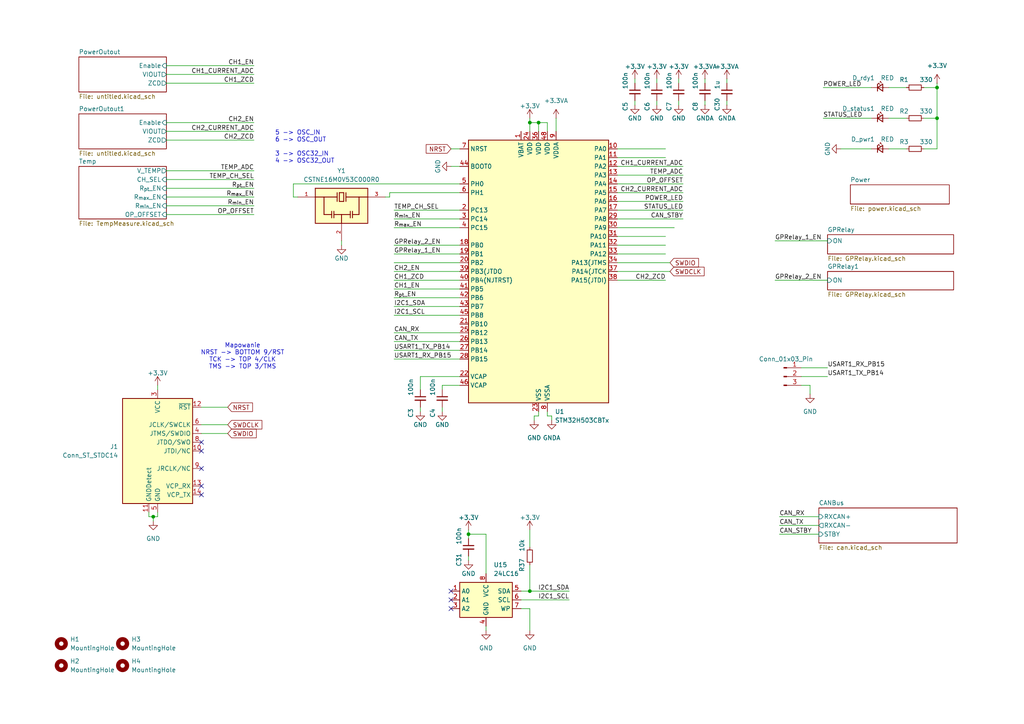
<source format=kicad_sch>
(kicad_sch (version 20231120) (generator "eeschema") (generator_version "8.0")
  (paper "A4")
  (lib_symbols
    (symbol "CSTNE16M0V53C000R0:CSTNE16M0V53C000R0" (pin_names (offset 1.016))
      (property "Reference" "Y" (at -7.62 6.35 0))
      (property "Value" "CSTNE16M0V53C000R0" (at 1.27 -6.35 0))
      (symbol "CSTNE16M0V53C000R0_0_0"
        (rectangle (start -7.62 -5.08) (end 7.62 5.08) (stroke (width 0.254)) (fill (type background)))
        (polyline (pts (xy -7.62 2.54) (xy -5.08 2.54)) (stroke (width 0.254)))
        (polyline (pts (xy -5.08 -2.54) (xy -5.08 2.54)) (stroke (width 0.254)))
        (polyline (pts (xy -5.08 2.54) (xy -1.27 2.54)) (stroke (width 0.254)))
        (polyline (pts (xy -2.8575 -2.54) (xy -5.08 -2.54)) (stroke (width 0.254)))
        (polyline (pts (xy -2.8575 -2.54) (xy -2.8575 -3.4925)) (stroke (width 0.254)))
        (polyline (pts (xy -2.8575 -1.5875) (xy -2.8575 -2.54)) (stroke (width 0.254)))
        (polyline (pts (xy -2.2225 -2.54) (xy -2.2225 -3.4925)) (stroke (width 0.254)))
        (polyline (pts (xy -2.2225 -1.5875) (xy -2.2225 -2.54)) (stroke (width 0.254)))
        (polyline (pts (xy -1.27 2.54) (xy -1.27 1.27)) (stroke (width 0.254)))
        (polyline (pts (xy -1.27 3.81) (xy -1.27 2.54)) (stroke (width 0.254)))
        (polyline (pts (xy -0.635 1.27) (xy -0.635 3.81)) (stroke (width 0.254)))
        (polyline (pts (xy -0.635 3.81) (xy 0.635 3.81)) (stroke (width 0.254)))
        (polyline (pts (xy 0 -5.08) (xy 0 -2.54)) (stroke (width 0.254)))
        (polyline (pts (xy 0 -2.54) (xy -2.2225 -2.54)) (stroke (width 0.254)))
        (polyline (pts (xy 0 -2.54) (xy 2.54 -2.54)) (stroke (width 0.254)))
        (polyline (pts (xy 0.635 1.27) (xy -0.635 1.27)) (stroke (width 0.254)))
        (polyline (pts (xy 0.635 3.81) (xy 0.635 1.27)) (stroke (width 0.254)))
        (polyline (pts (xy 1.27 2.54) (xy 1.27 1.27)) (stroke (width 0.254)))
        (polyline (pts (xy 1.27 2.54) (xy 5.08 2.54)) (stroke (width 0.254)))
        (polyline (pts (xy 1.27 3.81) (xy 1.27 2.54)) (stroke (width 0.254)))
        (polyline (pts (xy 2.54 -2.54) (xy 2.54 -3.4925)) (stroke (width 0.254)))
        (polyline (pts (xy 2.54 -1.5875) (xy 2.54 -2.54)) (stroke (width 0.254)))
        (polyline (pts (xy 3.175 -2.54) (xy 3.175 -3.4925)) (stroke (width 0.254)))
        (polyline (pts (xy 3.175 -2.54) (xy 5.08 -2.54)) (stroke (width 0.254)))
        (polyline (pts (xy 3.175 -1.5875) (xy 3.175 -2.54)) (stroke (width 0.254)))
        (polyline (pts (xy 5.08 -2.54) (xy 5.08 2.54)) (stroke (width 0.254)))
        (polyline (pts (xy 5.08 2.54) (xy 7.62 2.54)) (stroke (width 0.254)))
        (pin input line (at -12.7 2.54 0) (length 5.08) (name "~") (number "1"))
        (pin power_in line (at 0 -10.16 90) (length 5.08) (name "~") (number "2"))
        (pin output line (at 12.7 2.54 180) (length 5.08) (name "~") (number "3"))
      )
    )
    (symbol "Connector:Conn_01x03_Pin" (pin_names (offset 1.016) hide)
      (property "Reference" "J" (at 0 5.08 0))
      (property "Value" "Conn_01x03_Pin" (at 0 -5.08 0))
      (symbol "Conn_01x03_Pin_1_1"
        (polyline (pts (xy 1.27 -2.54) (xy 0.8636 -2.54)) (stroke (width 0.1524)))
        (polyline (pts (xy 1.27 0) (xy 0.8636 0)) (stroke (width 0.1524)))
        (polyline (pts (xy 1.27 2.54) (xy 0.8636 2.54)) (stroke (width 0.1524)))
        (rectangle (start 0.8636 -2.413) (end 0 -2.667) (stroke (width 0.1524)) (fill (type outline)))
        (rectangle (start 0.8636 0.127) (end 0 -0.127) (stroke (width 0.1524)) (fill (type outline)))
        (rectangle (start 0.8636 2.667) (end 0 2.413) (stroke (width 0.1524)) (fill (type outline)))
        (pin passive line (at 5.08 2.54 180) (length 3.81) (name "Pin_1") (number "1"))
        (pin passive line (at 5.08 0 180) (length 3.81) (name "Pin_2") (number "2"))
        (pin passive line (at 5.08 -2.54 180) (length 3.81) (name "Pin_3") (number "3"))
      )
    )
    (symbol "Connector:Conn_ST_STDC14"
      (property "Reference" "J" (at -8.89 16.51 0))
      (property "Value" "Conn_ST_STDC14" (at 17.78 16.51 0))
      (symbol "Conn_ST_STDC14_0_1"
        (rectangle (start -10.16 15.24) (end 10.16 -15.24) (stroke (width 0.254)) (fill (type background)))
      )
      (symbol "Conn_ST_STDC14_1_1"
        (pin no_connect line (at -10.16 5.08 0) (length 2.54) hide (name "NC") (number "1"))
        (pin output line (at 12.7 0 180) (length 2.54) (name "JTDI/NC") (number "10"))
        (pin passive line (at -2.54 -17.78 90) (length 2.54) (name "GNDDetect") (number "11"))
        (pin open_collector line (at 12.7 12.7 180) (length 2.54) (name "~{RST}") (number "12"))
        (pin output line (at 12.7 -10.16 180) (length 2.54) (name "VCP_RX") (number "13"))
        (pin input line (at 12.7 -12.7 180) (length 2.54) (name "VCP_TX") (number "14"))
        (pin no_connect line (at -10.16 2.54 0) (length 2.54) hide (name "NC") (number "2"))
        (pin power_in line (at 0 17.78 270) (length 2.54) (name "VCC") (number "3"))
        (pin bidirectional line (at 12.7 5.08 180) (length 2.54) (name "JTMS/SWDIO") (number "4"))
        (pin power_in line (at 0 -17.78 90) (length 2.54) (name "GND") (number "5"))
        (pin output line (at 12.7 7.62 180) (length 2.54) (name "JCLK/SWCLK") (number "6"))
        (pin passive line (at 0 -17.78 90) (length 2.54) hide (name "GND") (number "7"))
        (pin input line (at 12.7 2.54 180) (length 2.54) (name "JTDO/SWO") (number "8"))
        (pin input line (at 12.7 -5.08 180) (length 2.54) (name "JRCLK/NC") (number "9"))
      )
    )
    (symbol "Device:C_Small" (pin_numbers hide) (pin_names (offset 0.254) hide)
      (property "Reference" "C" (at 0.254 1.778 0))
      (property "Value" "C_Small" (at 0.254 -2.032 0))
      (symbol "C_Small_0_1"
        (polyline (pts (xy -1.524 -0.508) (xy 1.524 -0.508)) (stroke (width 0.3302)))
        (polyline (pts (xy -1.524 0.508) (xy 1.524 0.508)) (stroke (width 0.3048)))
      )
      (symbol "C_Small_1_1"
        (pin passive line (at 0 2.54 270) (length 2.032) (name "~") (number "1"))
        (pin passive line (at 0 -2.54 90) (length 2.032) (name "~") (number "2"))
      )
    )
    (symbol "Device:LED_Small" (pin_numbers hide) (pin_names (offset 0.254) hide)
      (property "Reference" "D" (at -1.27 3.175 0))
      (property "Value" "LED_Small" (at -4.445 -2.54 0))
      (symbol "LED_Small_0_1"
        (polyline (pts (xy -0.762 -1.016) (xy -0.762 1.016)) (stroke (width 0.254)))
        (polyline (pts (xy 1.016 0) (xy -0.762 0)))
        (polyline (pts (xy 0.762 -1.016) (xy -0.762 0) (xy 0.762 1.016) (xy 0.762 -1.016)) (stroke (width 0.254)))
        (polyline (pts (xy 0 0.762) (xy -0.508 1.27) (xy -0.254 1.27) (xy -0.508 1.27) (xy -0.508 1.016)))
        (polyline (pts (xy 0.508 1.27) (xy 0 1.778) (xy 0.254 1.778) (xy 0 1.778) (xy 0 1.524)))
      )
      (symbol "LED_Small_1_1"
        (pin passive line (at -2.54 0 0) (length 1.778) (name "K") (number "1"))
        (pin passive line (at 2.54 0 180) (length 1.778) (name "A") (number "2"))
      )
    )
    (symbol "Device:R_Small" (pin_numbers hide) (pin_names (offset 0.254) hide)
      (property "Reference" "R" (at 0.762 0.508 0))
      (property "Value" "R_Small" (at 0.762 -1.016 0))
      (symbol "R_Small_0_1"
        (rectangle (start -0.762 1.778) (end 0.762 -1.778) (stroke (width 0.2032)))
      )
      (symbol "R_Small_1_1"
        (pin passive line (at 0 2.54 270) (length 0.762) (name "~") (number "1"))
        (pin passive line (at 0 -2.54 90) (length 0.762) (name "~") (number "2"))
      )
    )
    (symbol "MCU_ST_STM32H5:STM32H503CBTx"
      (property "Reference" "U" (at -20.32 39.37 0))
      (property "Value" "STM32H503CBTx" (at 7.62 39.37 0))
      (symbol "STM32H503CBTx_0_1"
        (rectangle (start -20.32 -38.1) (end 20.32 38.1) (stroke (width 0.254)) (fill (type background)))
      )
      (symbol "STM32H503CBTx_1_1"
        (pin power_in line (at -5.08 40.64 270) (length 2.54) (name "VBAT") (number "1"))
        (pin bidirectional line (at 22.86 35.56 180) (length 2.54) (name "PA0") (number "10"))
        (pin bidirectional line (at 22.86 33.02 180) (length 2.54) (name "PA1") (number "11"))
        (pin bidirectional line (at 22.86 30.48 180) (length 2.54) (name "PA2") (number "12"))
        (pin bidirectional line (at 22.86 27.94 180) (length 2.54) (name "PA3") (number "13"))
        (pin bidirectional line (at 22.86 25.4 180) (length 2.54) (name "PA4") (number "14"))
        (pin bidirectional line (at 22.86 22.86 180) (length 2.54) (name "PA5") (number "15"))
        (pin bidirectional line (at 22.86 20.32 180) (length 2.54) (name "PA6") (number "16"))
        (pin bidirectional line (at 22.86 17.78 180) (length 2.54) (name "PA7") (number "17"))
        (pin bidirectional line (at -22.86 7.62 0) (length 2.54) (name "PB0") (number "18"))
        (pin bidirectional line (at -22.86 5.08 0) (length 2.54) (name "PB1") (number "19"))
        (pin bidirectional line (at -22.86 17.78 0) (length 2.54) (name "PC13") (number "2"))
        (pin bidirectional line (at -22.86 2.54 0) (length 2.54) (name "PB2") (number "20"))
        (pin bidirectional line (at -22.86 -15.24 0) (length 2.54) (name "PB10") (number "21"))
        (pin power_out line (at -22.86 -30.48 0) (length 2.54) (name "VCAP") (number "22"))
        (pin power_in line (at 0 -40.64 90) (length 2.54) (name "VSS") (number "23"))
        (pin power_in line (at -2.54 40.64 270) (length 2.54) (name "VDD") (number "24"))
        (pin bidirectional line (at -22.86 -17.78 0) (length 2.54) (name "PB12") (number "25"))
        (pin bidirectional line (at -22.86 -20.32 0) (length 2.54) (name "PB13") (number "26"))
        (pin bidirectional line (at -22.86 -22.86 0) (length 2.54) (name "PB14") (number "27"))
        (pin bidirectional line (at -22.86 -25.4 0) (length 2.54) (name "PB15") (number "28"))
        (pin bidirectional line (at 22.86 15.24 180) (length 2.54) (name "PA8") (number "29"))
        (pin bidirectional line (at -22.86 15.24 0) (length 2.54) (name "PC14") (number "3"))
        (pin bidirectional line (at 22.86 12.7 180) (length 2.54) (name "PA9") (number "30"))
        (pin bidirectional line (at 22.86 10.16 180) (length 2.54) (name "PA10") (number "31"))
        (pin bidirectional line (at 22.86 7.62 180) (length 2.54) (name "PA11") (number "32"))
        (pin bidirectional line (at 22.86 5.08 180) (length 2.54) (name "PA12") (number "33"))
        (pin bidirectional line (at 22.86 2.54 180) (length 2.54) (name "PA13(JTMS") (number "34"))
        (pin passive line (at 0 -40.64 90) (length 2.54) hide (name "VSS") (number "35"))
        (pin power_in line (at 0 40.64 270) (length 2.54) (name "VDD") (number "36"))
        (pin bidirectional line (at 22.86 0 180) (length 2.54) (name "PA14(JTCK") (number "37"))
        (pin bidirectional line (at 22.86 -2.54 180) (length 2.54) (name "PA15(JTDI)") (number "38"))
        (pin bidirectional line (at -22.86 0 0) (length 2.54) (name "PB3(JTDO") (number "39"))
        (pin bidirectional line (at -22.86 12.7 0) (length 2.54) (name "PC15") (number "4"))
        (pin bidirectional line (at -22.86 -2.54 0) (length 2.54) (name "PB4(NJTRST)") (number "40"))
        (pin bidirectional line (at -22.86 -5.08 0) (length 2.54) (name "PB5") (number "41"))
        (pin bidirectional line (at -22.86 -7.62 0) (length 2.54) (name "PB6") (number "42"))
        (pin bidirectional line (at -22.86 -10.16 0) (length 2.54) (name "PB7") (number "43"))
        (pin input line (at -22.86 30.48 0) (length 2.54) (name "BOOT0") (number "44"))
        (pin bidirectional line (at -22.86 -12.7 0) (length 2.54) (name "PB8") (number "45"))
        (pin power_out line (at -22.86 -33.02 0) (length 2.54) (name "VCAP") (number "46"))
        (pin passive line (at 0 -40.64 90) (length 2.54) hide (name "VSS") (number "47"))
        (pin power_in line (at 2.54 40.64 270) (length 2.54) (name "VDD") (number "48"))
        (pin bidirectional line (at -22.86 25.4 0) (length 2.54) (name "PH0") (number "5"))
        (pin bidirectional line (at -22.86 22.86 0) (length 2.54) (name "PH1") (number "6"))
        (pin input line (at -22.86 35.56 0) (length 2.54) (name "NRST") (number "7"))
        (pin power_in line (at 2.54 -40.64 90) (length 2.54) (name "VSSA") (number "8"))
        (pin power_in line (at 5.08 40.64 270) (length 2.54) (name "VDDA") (number "9"))
      )
    )
    (symbol "Mechanical:MountingHole" (pin_names (offset 1.016)) (exclude_from_sim yes) (in_bom no)
      (property "Reference" "H" (at 0 5.08 0))
      (property "Value" "MountingHole" (at 0 3.175 0))
      (symbol "MountingHole_0_1"
        (circle (center 0 0) (radius 1.27) (stroke (width 1.27)))
      )
    )
    (symbol "Memory_EEPROM:24LC16"
      (property "Reference" "U" (at -6.35 6.35 0))
      (property "Value" "24LC16" (at 1.27 6.35 0))
      (symbol "24LC16_1_1"
        (rectangle (start -7.62 5.08) (end 7.62 -5.08) (stroke (width 0.254)) (fill (type background)))
        (pin input line (at -10.16 2.54 0) (length 2.54) (name "A0") (number "1"))
        (pin input line (at -10.16 0 0) (length 2.54) (name "A1") (number "2"))
        (pin input line (at -10.16 -2.54 0) (length 2.54) (name "A2") (number "3"))
        (pin power_in line (at 0 -7.62 90) (length 2.54) (name "GND") (number "4"))
        (pin bidirectional line (at 10.16 2.54 180) (length 2.54) (name "SDA") (number "5"))
        (pin input line (at 10.16 0 180) (length 2.54) (name "SCL") (number "6"))
        (pin input line (at 10.16 -2.54 180) (length 2.54) (name "WP") (number "7"))
        (pin power_in line (at 0 7.62 270) (length 2.54) (name "VCC") (number "8"))
      )
    )
    (symbol "power:+3.3V" (power) (pin_names (offset 0))
      (property "Value" "+3.3V" (at 0 3.556 0))
      (symbol "+3.3V_0_1"
        (polyline (pts (xy -0.762 1.27) (xy 0 2.54)))
        (polyline (pts (xy 0 0) (xy 0 2.54)))
        (polyline (pts (xy 0 2.54) (xy 0.762 1.27)))
      )
      (symbol "+3.3V_1_1"
        (pin power_in line (at 0 0 90) (length 0) hide (name "+3.3V") (number "1"))
      )
    )
    (symbol "power:+3.3VA" (power) (pin_numbers hide) (pin_names (offset 0) hide)
      (property "Value" "+3.3VA" (at 0 3.556 0))
      (symbol "+3.3VA_0_1"
        (polyline (pts (xy -0.762 1.27) (xy 0 2.54)))
        (polyline (pts (xy 0 0) (xy 0 2.54)))
        (polyline (pts (xy 0 2.54) (xy 0.762 1.27)))
      )
      (symbol "+3.3VA_1_1"
        (pin power_in line (at 0 0 90) (length 0) (name "~") (number "1"))
      )
    )
    (symbol "power:+5VD" (power) (pin_numbers hide) (pin_names (offset 0) hide)
      (property "Value" "+5VD" (at 0 3.556 0))
      (symbol "+5VD_0_1"
        (polyline (pts (xy -0.762 1.27) (xy 0 2.54)))
        (polyline (pts (xy 0 0) (xy 0 2.54)))
        (polyline (pts (xy 0 2.54) (xy 0.762 1.27)))
      )
      (symbol "+5VD_1_1"
        (pin power_in line (at 0 0 90) (length 0) (name "~") (number "1"))
      )
    )
    (symbol "power:GND" (power) (pin_names (offset 0))
      (property "Value" "GND" (at 0 -3.81 0))
      (symbol "GND_0_1"
        (polyline (pts (xy 0 0) (xy 0 -1.27) (xy 1.27 -1.27) (xy 0 -2.54) (xy -1.27 -1.27) (xy 0 -1.27)))
      )
      (symbol "GND_1_1"
        (pin power_in line (at 0 0 270) (length 0) hide (name "GND") (number "1"))
      )
    )
    (symbol "power:GNDA" (power) (pin_numbers hide) (pin_names (offset 0) hide)
      (property "Value" "GNDA" (at 0 -3.81 0))
      (symbol "GNDA_0_1"
        (polyline (pts (xy 0 0) (xy 0 -1.27) (xy 1.27 -1.27) (xy 0 -2.54) (xy -1.27 -1.27) (xy 0 -1.27)))
      )
      (symbol "GNDA_1_1"
        (pin power_in line (at 0 0 270) (length 0) (name "~") (number "1"))
      )
    )
  )
  (junction (at 135.89 154.94))
  (junction (at 271.78 25.4))
  (junction (at 271.78 34.29))
  (junction (at 44.45 149.86))
  (junction (at 153.67 171.45))
  (junction (at 153.67 35.56))
  (junction (at 156.21 35.56))
  (no_connect (at 58.42 130.81))
  (no_connect (at 58.42 128.27))
  (no_connect (at 130.81 176.53))
  (no_connect (at 130.81 171.45))
  (no_connect (at 58.42 140.97))
  (no_connect (at 58.42 143.51))
  (no_connect (at 130.81 173.99))
  (no_connect (at 58.42 135.89))
  (wire (pts (xy 45.72 111.76) (xy 45.72 113.03)))
  (wire (pts (xy 114.3 101.6) (xy 133.35 101.6)))
  (wire (pts (xy 271.78 43.18) (xy 271.78 34.29)))
  (wire (pts (xy 99.06 69.85) (xy 99.06 71.12)))
  (wire (pts (xy 179.07 53.34) (xy 198.12 53.34)))
  (wire (pts (xy 158.75 38.1) (xy 158.75 35.56)))
  (wire (pts (xy 114.3 78.74) (xy 133.35 78.74)))
  (wire (pts (xy 226.06 149.86) (xy 237.49 149.86)))
  (wire (pts (xy 114.3 76.2) (xy 133.35 76.2)))
  (wire (pts (xy 48.26 57.15) (xy 73.66 57.15)))
  (wire (pts (xy 140.97 154.94) (xy 135.89 154.94)))
  (wire (pts (xy 48.26 38.1) (xy 73.66 38.1)))
  (wire (pts (xy 271.78 25.4) (xy 271.78 34.29)))
  (wire (pts (xy 179.07 66.04) (xy 195.58 66.04)))
  (wire (pts (xy 154.94 120.65) (xy 156.21 120.65)))
  (wire (pts (xy 156.21 120.65) (xy 156.21 119.38)))
  (wire (pts (xy 238.76 25.4) (xy 252.73 25.4)))
  (wire (pts (xy 113.03 57.15) (xy 111.76 57.15)))
  (wire (pts (xy 179.07 71.12) (xy 193.04 71.12)))
  (wire (pts (xy 48.26 49.53) (xy 73.66 49.53)))
  (wire (pts (xy 85.09 53.34) (xy 133.35 53.34)))
  (wire (pts (xy 160.02 120.65) (xy 158.75 120.65)))
  (wire (pts (xy 210.82 29.21) (xy 210.82 30.48)))
  (wire (pts (xy 43.18 149.86) (xy 44.45 149.86)))
  (wire (pts (xy 226.06 152.4) (xy 237.49 152.4)))
  (wire (pts (xy 48.26 59.69) (xy 73.66 59.69)))
  (wire (pts (xy 179.07 58.42) (xy 198.12 58.42)))
  (wire (pts (xy 153.67 171.45) (xy 165.1 171.45)))
  (wire (pts (xy 58.42 118.11) (xy 66.04 118.11)))
  (wire (pts (xy 114.3 88.9) (xy 133.35 88.9)))
  (wire (pts (xy 204.47 30.48) (xy 204.47 29.21)))
  (wire (pts (xy 153.67 163.83) (xy 153.67 171.45)))
  (wire (pts (xy 58.42 125.73) (xy 66.04 125.73)))
  (wire (pts (xy 224.79 69.85) (xy 240.03 69.85)))
  (wire (pts (xy 48.26 35.56) (xy 73.66 35.56)))
  (wire (pts (xy 85.09 57.15) (xy 85.09 53.34)))
  (wire (pts (xy 184.15 22.86) (xy 184.15 24.13)))
  (wire (pts (xy 114.3 60.96) (xy 133.35 60.96)))
  (wire (pts (xy 179.07 50.8) (xy 198.12 50.8)))
  (wire (pts (xy 190.5 30.48) (xy 190.5 29.21)))
  (wire (pts (xy 114.3 99.06) (xy 133.35 99.06)))
  (wire (pts (xy 121.92 119.38) (xy 121.92 118.11)))
  (wire (pts (xy 204.47 22.86) (xy 204.47 24.13)))
  (wire (pts (xy 232.41 106.68) (xy 240.03 106.68)))
  (wire (pts (xy 179.07 48.26) (xy 198.12 48.26)))
  (wire (pts (xy 267.97 25.4) (xy 271.78 25.4)))
  (wire (pts (xy 153.67 176.53) (xy 153.67 182.88)))
  (wire (pts (xy 156.21 38.1) (xy 156.21 35.56)))
  (wire (pts (xy 135.89 162.56) (xy 135.89 161.29)))
  (wire (pts (xy 184.15 30.48) (xy 184.15 29.21)))
  (wire (pts (xy 262.89 43.18) (xy 257.81 43.18)))
  (wire (pts (xy 179.07 63.5) (xy 198.12 63.5)))
  (wire (pts (xy 179.07 45.72) (xy 193.04 45.72)))
  (wire (pts (xy 86.36 57.15) (xy 85.09 57.15)))
  (wire (pts (xy 114.3 81.28) (xy 133.35 81.28)))
  (wire (pts (xy 48.26 19.05) (xy 73.66 19.05)))
  (wire (pts (xy 210.82 22.86) (xy 210.82 24.13)))
  (wire (pts (xy 151.13 173.99) (xy 165.1 173.99)))
  (wire (pts (xy 267.97 43.18) (xy 271.78 43.18)))
  (wire (pts (xy 158.75 120.65) (xy 158.75 119.38)))
  (wire (pts (xy 151.13 176.53) (xy 153.67 176.53)))
  (wire (pts (xy 128.27 119.38) (xy 128.27 118.11)))
  (wire (pts (xy 190.5 22.86) (xy 190.5 24.13)))
  (wire (pts (xy 48.26 40.64) (xy 73.66 40.64)))
  (wire (pts (xy 135.89 153.67) (xy 135.89 154.94)))
  (wire (pts (xy 43.18 148.59) (xy 43.18 149.86)))
  (wire (pts (xy 271.78 24.13) (xy 271.78 25.4)))
  (wire (pts (xy 133.35 83.82) (xy 114.3 83.82)))
  (wire (pts (xy 45.72 148.59) (xy 45.72 149.86)))
  (wire (pts (xy 48.26 24.13) (xy 73.66 24.13)))
  (wire (pts (xy 114.3 96.52) (xy 133.35 96.52)))
  (wire (pts (xy 48.26 54.61) (xy 73.66 54.61)))
  (wire (pts (xy 44.45 149.86) (xy 44.45 151.13)))
  (wire (pts (xy 232.41 109.22) (xy 240.03 109.22)))
  (wire (pts (xy 113.03 55.88) (xy 133.35 55.88)))
  (wire (pts (xy 151.13 171.45) (xy 153.67 171.45)))
  (wire (pts (xy 113.03 57.15) (xy 113.03 55.88)))
  (wire (pts (xy 114.3 86.36) (xy 133.35 86.36)))
  (wire (pts (xy 224.79 81.28) (xy 240.03 81.28)))
  (wire (pts (xy 160.02 121.92) (xy 160.02 120.65)))
  (wire (pts (xy 48.26 62.23) (xy 73.66 62.23)))
  (wire (pts (xy 114.3 66.04) (xy 133.35 66.04)))
  (wire (pts (xy 114.3 104.14) (xy 133.35 104.14)))
  (wire (pts (xy 179.07 81.28) (xy 193.04 81.28)))
  (wire (pts (xy 232.41 111.76) (xy 234.95 111.76)))
  (wire (pts (xy 128.27 111.76) (xy 133.35 111.76)))
  (wire (pts (xy 45.72 149.86) (xy 44.45 149.86)))
  (wire (pts (xy 130.81 43.18) (xy 133.35 43.18)))
  (wire (pts (xy 133.35 73.66) (xy 114.3 73.66)))
  (wire (pts (xy 262.89 25.4) (xy 257.81 25.4)))
  (wire (pts (xy 114.3 91.44) (xy 133.35 91.44)))
  (wire (pts (xy 179.07 60.96) (xy 198.12 60.96)))
  (wire (pts (xy 179.07 78.74) (xy 194.31 78.74)))
  (wire (pts (xy 130.81 48.26) (xy 133.35 48.26)))
  (wire (pts (xy 196.85 22.86) (xy 196.85 24.13)))
  (wire (pts (xy 179.07 55.88) (xy 198.12 55.88)))
  (wire (pts (xy 156.21 35.56) (xy 153.67 35.56)))
  (wire (pts (xy 267.97 34.29) (xy 271.78 34.29)))
  (wire (pts (xy 48.26 52.07) (xy 73.66 52.07)))
  (wire (pts (xy 140.97 181.61) (xy 140.97 182.88)))
  (wire (pts (xy 234.95 111.76) (xy 234.95 114.3)))
  (wire (pts (xy 243.84 43.18) (xy 252.73 43.18)))
  (wire (pts (xy 48.26 21.59) (xy 73.66 21.59)))
  (wire (pts (xy 153.67 34.29) (xy 153.67 35.56)))
  (wire (pts (xy 114.3 63.5) (xy 133.35 63.5)))
  (wire (pts (xy 262.89 34.29) (xy 257.81 34.29)))
  (wire (pts (xy 153.67 153.67) (xy 153.67 158.75)))
  (wire (pts (xy 114.3 71.12) (xy 133.35 71.12)))
  (wire (pts (xy 161.29 34.29) (xy 161.29 38.1)))
  (wire (pts (xy 153.67 35.56) (xy 153.67 38.1)))
  (wire (pts (xy 158.75 35.56) (xy 156.21 35.56)))
  (wire (pts (xy 179.07 73.66) (xy 193.04 73.66)))
  (wire (pts (xy 226.06 154.94) (xy 237.49 154.94)))
  (wire (pts (xy 196.85 30.48) (xy 196.85 29.21)))
  (wire (pts (xy 133.35 109.22) (xy 121.92 109.22)))
  (wire (pts (xy 58.42 123.19) (xy 66.04 123.19)))
  (wire (pts (xy 154.94 120.65) (xy 154.94 121.92)))
  (wire (pts (xy 140.97 166.37) (xy 140.97 154.94)))
  (wire (pts (xy 179.07 76.2) (xy 194.31 76.2)))
  (wire (pts (xy 179.07 43.18) (xy 193.04 43.18)))
  (wire (pts (xy 179.07 68.58) (xy 193.04 68.58)))
  (wire (pts (xy 121.92 109.22) (xy 121.92 113.03)))
  (wire (pts (xy 128.27 111.76) (xy 128.27 113.03)))
  (wire (pts (xy 135.89 154.94) (xy 135.89 156.21)))
  (wire (pts (xy 238.76 34.29) (xy 252.73 34.29)))
  (text "Mapowanie\nNRST -> BOTTOM 9/RST\nTCK -> TOP 4/CLK\nTMS -> TOP 3/TMS" (at 70.358 103.378 0) (effects (font (size 1.27 1.27))))
  (text "TODO\n	* Zmiana footprintu triaków na TOP3\n	* Dodanie pamięci?\n	* powiększyć otwory na śruby dla triaków\n	* zasilanie +5VA ssie jaja\n	** poprawienie ścieżek\n	* lepsza separacja stabilizatora impulsowego\n	* przepiąć zasilanie czego się da na +5V?\n" (at 91.948 -8.636 0) (effects (font (size 1.27 1.27)) (justify left)))
  (text "5 -> OSC_IN\n6 -> OSC_OUT\n\n3 -> OSC32_IN\n4 -> OSC32_OUT" (at 79.756 42.672 0) (effects (font (size 1.27 1.27)) (justify left)))
  (label "OP_OFFSET" (at 198.12 53.34 180))
  (label "CH1_CURRENT_ADC" (at 73.66 21.59 180))
  (label "POWER_LED" (at 238.76 25.4 0))
  (label "TEMP_CH_SEL" (at 73.66 52.07 180))
  (label "CH2_EN" (at 73.66 35.56 180))
  (label "STATUS_LED" (at 198.12 60.96 180))
  (label "USART1_RX_PB15" (at 114.3 104.14 0))
  (label "CAN_STBY" (at 198.12 63.5 180))
  (label "CH2_ZCD" (at 73.66 40.64 180))
  (label "CH1_ZCD" (at 114.3 81.28 0))
  (label "CH1_ZCD" (at 73.66 24.13 180))
  (label "OP_OFFSET" (at 73.66 62.23 180))
  (label "TEMP_CH_SEL" (at 114.3 60.96 0))
  (label "R_{min}_EN" (at 114.3 63.5 0))
  (label "CH1_EN" (at 73.66 19.05 180))
  (label "R_{max}_EN" (at 114.3 66.04 0))
  (label "STATUS_LED" (at 238.76 34.29 0))
  (label "R_{pt}_EN" (at 73.66 54.61 180))
  (label "I2C1_SDA" (at 114.3 88.9 0))
  (label "I2C1_SDA" (at 165.1 171.45 180))
  (label "USART1_TX_PB14" (at 240.03 109.22 0))
  (label "GPRelay_2_EN" (at 224.79 81.28 0))
  (label "CAN_TX" (at 226.06 152.4 0))
  (label "GPRelay_1_EN" (at 224.79 69.85 0))
  (label "CH2_ZCD" (at 193.04 81.28 180))
  (label "CAN_STBY" (at 226.06 154.94 0))
  (label "I2C1_SCL" (at 114.3 91.44 0))
  (label "GPRelay_1_EN" (at 114.3 73.66 0))
  (label "CH2_CURRENT_ADC" (at 198.12 55.88 180))
  (label "CAN_RX" (at 114.3 96.52 0))
  (label "TEMP_ADC" (at 198.12 50.8 180))
  (label "USART1_RX_PB15" (at 240.03 106.68 0))
  (label "I2C1_SCL" (at 165.1 173.99 180))
  (label "CH1_CURRENT_ADC" (at 198.12 48.26 180))
  (label "TEMP_ADC" (at 73.66 49.53 180))
  (label "R_{max}_EN" (at 73.66 57.15 180))
  (label "CH2_CURRENT_ADC" (at 73.66 38.1 180))
  (label "POWER_LED" (at 198.12 58.42 180))
  (label "R_{min}_EN" (at 73.66 59.69 180))
  (label "CAN_RX" (at 226.06 149.86 0))
  (label "CH2_EN" (at 114.3 78.74 0))
  (label "CAN_TX" (at 114.3 99.06 0))
  (label "USART1_TX_PB14" (at 114.3 101.6 0))
  (label "R_{pt}_EN" (at 114.3 86.36 0))
  (label "CH1_EN" (at 114.3 83.82 0))
  (label "GPRelay_2_EN" (at 114.3 71.12 0))
  (global_label "SWDIO" (shape input) (at 194.31 76.2 0) (property "Intersheetrefs" "${INTERSHEET_REFS}" (effects (hide yes))))
  (global_label "NRST" (shape input) (at 66.04 118.11 0) (property "Intersheetrefs" "${INTERSHEET_REFS}" (effects (hide yes))))
  (global_label "NRST" (shape input) (at 130.81 43.18 180) (property "Intersheetrefs" "${INTERSHEET_REFS}" (effects (hide yes))))
  (global_label "SWDIO" (shape input) (at 66.04 125.73 0) (property "Intersheetrefs" "${INTERSHEET_REFS}" (effects (hide yes))))
  (global_label "SWDCLK" (shape input) (at 194.31 78.74 0) (property "Intersheetrefs" "${INTERSHEET_REFS}" (effects (hide yes))))
  (global_label "SWDCLK" (shape input) (at 66.04 123.19 0) (property "Intersheetrefs" "${INTERSHEET_REFS}" (effects (hide yes))))
  (symbol (lib_id "power:GND") (at 153.67 182.88 0) (unit 1)
    (property "Reference" "#PWR89" (effects (hide yes)))
    (property "Value" "GND" (at 153.67 187.96 0))
  )
  (symbol (lib_id "power:+3.3V") (at 153.67 153.67 0) (unit 1)
    (property "Reference" "#PWR90" (effects (hide yes)))
    (property "Value" "+3.3V" (at 153.67 150.114 0))
  )
  (symbol (lib_id "power:GNDA") (at 210.82 30.48 0) (unit 1)
    (property "Reference" "#PWR048" (effects (hide yes)))
    (property "Value" "GNDA" (at 210.82 34.29 0))
    (property "Description" "Power symbol creates a global label with name \"GNDA\" , analog ground" (effects (hide yes)))
  )
  (symbol (lib_id "Device:C_Small") (at 204.47 26.67 0) (unit 1)
    (property "Reference" "C8" (at 201.676 32.258 90) (effects (justify left)))
    (property "Value" "100n" (at 201.676 25.908 90) (effects (justify left)))
    (property "Footprint" "Capacitor_SMD:C_1206_3216Metric" (effects (hide yes)))
  )
  (symbol (lib_id "Device:C_Small") (at 210.82 26.67 0) (unit 1)
    (property "Reference" "C30" (at 208.026 32.258 90) (effects (justify left)))
    (property "Value" "1u" (at 208.026 25.908 90) (effects (justify left)))
    (property "Footprint" "Capacitor_SMD:C_1206_3216Metric" (effects (hide yes)))
  )
  (symbol (lib_id "power:GNDA") (at 204.47 30.48 0) (unit 1)
    (property "Reference" "#PWR019" (effects (hide yes)))
    (property "Value" "GNDA" (at 204.47 34.29 0))
    (property "Description" "Power symbol creates a global label with name \"GNDA\" , analog ground" (effects (hide yes)))
  )
  (symbol (lib_id "Device:C_Small") (at 184.15 26.67 0) (unit 1)
    (property "Reference" "C5" (at 181.356 32.258 90) (effects (justify left)))
    (property "Value" "100n" (at 181.356 25.908 90) (effects (justify left)))
    (property "Footprint" "Capacitor_SMD:C_1206_3216Metric" (effects (hide yes)))
  )
  (symbol (lib_id "power:GND") (at 121.92 119.38 0) (unit 1)
    (property "Reference" "#PWR05" (effects (hide yes)))
    (property "Value" "GND" (at 121.92 123.19 0))
  )
  (symbol (lib_id "Mechanical:MountingHole") (at 35.56 186.69 0) (unit 1) (exclude_from_sim yes) (in_bom no)
    (property "Reference" "H3" (at 38.1 185.4199 0) (effects (justify left)))
    (property "Value" "MountingHole" (at 38.1 187.9599 0) (effects (justify left)))
    (property "Footprint" "MountingHole:MountingHole_4.3mm_M4" (effects (hide yes)))
    (property "Description" "Mounting Hole without connection" (effects (hide yes)))
  )
  (symbol (lib_id "power:GNDA") (at 160.02 121.92 0) (unit 1)
    (property "Reference" "#PWR010" (effects (hide yes)))
    (property "Value" "GNDA" (at 160.02 127 0))
    (property "Description" "Power symbol creates a global label with name \"GNDA\" , analog ground" (effects (hide yes)))
  )
  (symbol (lib_id "power:+3.3VA") (at 210.82 22.86 0) (unit 1)
    (property "Reference" "#PWR074" (effects (hide yes)))
    (property "Value" "+3.3VA" (at 210.82 19.304 0))
    (property "Description" "Power symbol creates a global label with name \"+3.3VA\"" (effects (hide yes)))
  )
  (symbol (lib_id "power:GND") (at 190.5 30.48 0) (unit 1)
    (property "Reference" "#PWR015" (effects (hide yes)))
    (property "Value" "GND" (at 190.5 34.29 0))
  )
  (symbol (lib_id "power:+3.3V") (at 196.85 22.86 0) (unit 1)
    (property "Reference" "#PWR016" (effects (hide yes)))
    (property "Value" "+3.3V" (at 196.85 19.304 0))
  )
  (symbol (lib_id "Device:C_Small") (at 190.5 26.67 0) (unit 1)
    (property "Reference" "C6" (at 187.706 32.258 90) (effects (justify left)))
    (property "Value" "100n" (at 187.706 25.908 90) (effects (justify left)))
    (property "Footprint" "Capacitor_SMD:C_1206_3216Metric" (effects (hide yes)))
  )
  (symbol (lib_id "power:GND") (at 154.94 121.92 0) (unit 1)
    (property "Reference" "#PWR09" (effects (hide yes)))
    (property "Value" "GND" (at 154.94 127 0))
  )
  (symbol (lib_id "Device:LED_Small") (at 255.27 25.4 0) (unit 1)
    (property "Reference" "D_rdy1" (at 253.746 22.606 0) (effects (justify right)))
    (property "Value" "RED" (at 259.334 22.606 0) (effects (justify right)))
    (property "Footprint" "LED_SMD:LED_1206_3216Metric" (effects (hide yes)))
    (property "Description" "Light emitting diode, small symbol" (effects (hide yes)))
  )
  (symbol (lib_id "power:GND") (at 128.27 119.38 0) (unit 1)
    (property "Reference" "#PWR06" (effects (hide yes)))
    (property "Value" "GND" (at 128.27 123.19 0))
  )
  (symbol (lib_id "power:+5VD") (at 271.78 24.13 0) (unit 1)
    (property "Reference" "#PWR022" (effects (hide yes)))
    (property "Value" "+3.3V" (at 271.78 19.05 0))
    (property "Description" "Power symbol creates a global label with name \"+5VD\"" (effects (hide yes)))
  )
  (symbol (lib_id "power:+3.3VA") (at 161.29 34.29 0) (unit 1)
    (property "Reference" "#PWR011" (effects (hide yes)))
    (property "Value" "+3.3VA" (at 161.29 29.21 0))
    (property "Description" "Power symbol creates a global label with name \"+3.3VA\"" (effects (hide yes)))
  )
  (symbol (lib_id "power:GND") (at 184.15 30.48 0) (unit 1)
    (property "Reference" "#PWR013" (effects (hide yes)))
    (property "Value" "GND" (at 184.15 34.29 0))
  )
  (symbol (lib_id "Device:R_Small") (at 265.43 34.29 270) (unit 1)
    (property "Reference" "R2" (at 260.858 32.258 90) (effects (justify left)))
    (property "Value" "330" (at 266.7 32.258 90) (effects (justify left)))
    (property "Footprint" "Resistor_SMD:R_1206_3216Metric" (effects (hide yes)))
    (property "Description" "Resistor, small symbol" (effects (hide yes)))
  )
  (symbol (lib_id "Connector:Conn_ST_STDC14") (at 45.72 130.81 0) (unit 1)
    (property "Reference" "J1" (at 34.29 129.5399 0) (effects (justify right)))
    (property "Value" "Conn_ST_STDC14" (at 34.29 132.0799 0) (effects (justify right)))
    (property "Footprint" "Connector_PinHeader_1.27mm:PinHeader_2x07_P1.27mm_Vertical" (effects (hide yes)))
    (property "Datasheet" "https://www.st.com/content/ccc/resource/technical/document/user_manual/group1/99/49/91/b6/b2/3a/46/e5/DM00526767/files/DM00526767.pdf/jcr:content/translations/en.DM00526767.pdf" (effects (hide yes)))
    (property "Description" "ST Debug Connector, standard ARM Cortex-M SWD and JTAG interface plus UART" (effects (hide yes)))
  )
  (symbol (lib_id "power:GND") (at 130.81 48.26 270) (unit 1)
    (property "Reference" "#PWR07" (effects (hide yes)))
    (property "Value" "GND" (at 127 48.26 0))
  )
  (symbol (lib_id "Mechanical:MountingHole") (at 35.56 193.04 0) (unit 1) (exclude_from_sim yes) (in_bom no)
    (property "Reference" "H4" (at 38.1 191.7699 0) (effects (justify left)))
    (property "Value" "MountingHole" (at 38.1 194.3099 0) (effects (justify left)))
    (property "Footprint" "MountingHole:MountingHole_4.3mm_M4" (effects (hide yes)))
    (property "Description" "Mounting Hole without connection" (effects (hide yes)))
  )
  (symbol (lib_id "power:+3.3V") (at 45.72 111.76 0) (unit 1)
    (property "Reference" "#PWR02" (effects (hide yes)))
    (property "Value" "+3.3V" (at 45.72 108.204 0))
  )
  (symbol (lib_id "Device:LED_Small") (at 255.27 43.18 0) (unit 1)
    (property "Reference" "D_pwr1" (at 253.746 40.386 0) (effects (justify right)))
    (property "Value" "RED" (at 259.334 40.386 0) (effects (justify right)))
    (property "Footprint" "LED_SMD:LED_1206_3216Metric" (effects (hide yes)))
    (property "Description" "Light emitting diode, small symbol" (effects (hide yes)))
  )
  (symbol (lib_id "CSTNE16M0V53C000R0:CSTNE16M0V53C000R0") (at 99.06 59.69 0) (unit 1)
    (property "Reference" "Y1" (at 99.06 49.53 0))
    (property "Value" "CSTNE16M0V53C000R0" (at 99.06 52.07 0))
    (property "Footprint" "CSTNE16M0V53C000R0:OSC_CSTNE16M0V53C000R0" (effects (hide yes)))
    (property "MF" "Murata Electronics" (effects (hide yes)))
    (property "MAXIMUM_PACKAGE_HEIGHT" "1mm" (effects (hide yes)))
    (property "Package" "SMD-3 Murata" (effects (hide yes)))
    (property "Price" "None" (effects (hide yes)))
    (property "Check_prices" "https://www.snapeda.com/parts/CSTNE16M0V53C000R0/Murata+Electronics+North+America/view-part/?ref=eda" (effects (hide yes)))
    (property "STANDARD" "Manufacturer Recomendations" (effects (hide yes)))
    (property "PARTREV" "JGC42-8853B" (effects (hide yes)))
    (property "SnapEDA_Link" "https://www.snapeda.com/parts/CSTNE16M0V53C000R0/Murata+Electronics+North+America/view-part/?ref=snap" (effects (hide yes)))
    (property "MP" "CSTNE16M0V53C000R0" (effects (hide yes)))
    (property "Description_1" "\n                        \n                            16 MHz Ceramic Resonator Built in Capacitor 15 pF ±0.15% 40 Ohms -40°C ~ 125°C Surface Mount\n                        \n" (effects (hide yes)))
    (property "Availability" "In Stock" (effects (hide yes)))
    (property "MANUFACTURER" "Murata" (effects (hide yes)))
  )
  (symbol (lib_id "Device:C_Small") (at 135.89 158.75 0) (unit 1)
    (property "Reference" "C31" (at 133.096 164.338 90) (effects (justify left)))
    (property "Value" "100n" (at 133.096 157.988 90) (effects (justify left)))
    (property "Footprint" "Capacitor_SMD:C_1206_3216Metric" (effects (hide yes)))
  )
  (symbol (lib_id "power:+3.3V") (at 135.89 153.67 0) (unit 1)
    (property "Reference" "#PWR87" (effects (hide yes)))
    (property "Value" "+3.3V" (at 135.89 150.114 0))
  )
  (symbol (lib_id "power:GND") (at 140.97 182.88 0) (unit 1)
    (property "Reference" "#PWR76" (effects (hide yes)))
    (property "Value" "GND" (at 140.97 187.96 0))
  )
  (symbol (lib_id "power:GND") (at 135.89 162.56 0) (unit 1)
    (property "Reference" "#PWR88" (effects (hide yes)))
    (property "Value" "GND" (at 135.89 166.37 0))
  )
  (symbol (lib_id "power:GND") (at 234.95 114.3 0) (unit 1)
    (property "Reference" "#PWR020" (effects (hide yes)))
    (property "Value" "GND" (at 234.95 119.38 0))
  )
  (symbol (lib_id "power:GND") (at 99.06 71.12 0) (unit 1)
    (property "Reference" "#PWR3" (effects (hide yes)))
    (property "Value" "GND" (at 99.06 74.93 0))
  )
  (symbol (lib_id "power:+3.3V") (at 190.5 22.86 0) (unit 1)
    (property "Reference" "#PWR014" (effects (hide yes)))
    (property "Value" "+3.3V" (at 190.5 19.304 0))
  )
  (symbol (lib_id "Device:R_Small") (at 265.43 25.4 270) (unit 1)
    (property "Reference" "R1" (at 260.858 23.114 90) (effects (justify left)))
    (property "Value" "330" (at 266.7 23.114 90) (effects (justify left)))
    (property "Footprint" "Resistor_SMD:R_1206_3216Metric" (effects (hide yes)))
    (property "Description" "Resistor, small symbol" (effects (hide yes)))
  )
  (symbol (lib_id "power:+3.3VA") (at 204.47 22.86 0) (unit 1)
    (property "Reference" "#PWR018" (effects (hide yes)))
    (property "Value" "+3.3VA" (at 204.47 19.304 0))
    (property "Description" "Power symbol creates a global label with name \"+3.3VA\"" (effects (hide yes)))
  )
  (symbol (lib_id "Device:LED_Small") (at 255.27 34.29 0) (unit 1)
    (property "Reference" "D_status1" (at 253.746 31.496 0) (effects (justify right)))
    (property "Value" "RED" (at 259.334 31.496 0) (effects (justify right)))
    (property "Footprint" "LED_SMD:LED_1206_3216Metric" (effects (hide yes)))
    (property "Description" "Light emitting diode, small symbol" (effects (hide yes)))
  )
  (symbol (lib_id "Device:R_Small") (at 265.43 43.18 270) (unit 1)
    (property "Reference" "R3" (at 260.858 41.148 90) (effects (justify left)))
    (property "Value" "330" (at 266.7 41.148 90) (effects (justify left)))
    (property "Footprint" "Resistor_SMD:R_1206_3216Metric" (effects (hide yes)))
    (property "Description" "Resistor, small symbol" (effects (hide yes)))
  )
  (symbol (lib_id "Mechanical:MountingHole") (at 17.78 193.04 0) (unit 1) (exclude_from_sim yes) (in_bom no)
    (property "Reference" "H2" (at 20.32 191.7699 0) (effects (justify left)))
    (property "Value" "MountingHole" (at 20.32 194.3099 0) (effects (justify left)))
    (property "Footprint" "MountingHole:MountingHole_4.3mm_M4" (effects (hide yes)))
    (property "Description" "Mounting Hole without connection" (effects (hide yes)))
  )
  (symbol (lib_id "Device:C_Small") (at 196.85 26.67 0) (unit 1)
    (property "Reference" "C7" (at 194.056 32.258 90) (effects (justify left)))
    (property "Value" "100n" (at 194.056 25.908 90) (effects (justify left)))
    (property "Footprint" "Capacitor_SMD:C_1206_3216Metric" (effects (hide yes)))
  )
  (symbol (lib_id "MCU_ST_STM32H5:STM32H503CBTx") (at 156.21 78.74 0) (unit 1)
    (property "Reference" "U1" (at 160.9441 119.38 0) (effects (justify left)))
    (property "Value" "STM32H503CBTx" (at 160.9441 121.92 0) (effects (justify left)))
    (property "Footprint" "Package_QFP:LQFP-48_7x7mm_P0.5mm" (effects (hide yes)))
    (property "Datasheet" "https://www.st.com/resource/en/datasheet/stm32h503cb.pdf" (effects (hide yes)))
    (property "Description" "STMicroelectronics Arm Cortex-M33 MCU, 128KB flash, 32KB RAM, 250 MHz, 35 GPIO, LQFP48" (effects (hide yes)))
  )
  (symbol (lib_id "power:+3.3V") (at 153.67 34.29 0) (unit 1)
    (property "Reference" "#PWR08" (effects (hide yes)))
    (property "Value" "+3.3V" (at 153.67 30.734 0))
  )
  (symbol (lib_id "Device:C_Small") (at 121.92 115.57 0) (unit 1)
    (property "Reference" "C3" (at 119.126 121.158 90) (effects (justify left)))
    (property "Value" "100n" (at 119.126 114.808 90) (effects (justify left)))
    (property "Footprint" "Capacitor_SMD:C_1206_3216Metric" (effects (hide yes)))
  )
  (symbol (lib_id "Memory_EEPROM:24LC16") (at 140.97 173.99 0) (unit 1)
    (property "Reference" "U15" (at 143.1641 163.83 0) (effects (justify left)))
    (property "Value" "24LC16" (at 143.1641 166.37 0) (effects (justify left)))
    (property "Footprint" "Package_SO:SOIC-8_3.9x4.9mm_P1.27mm" (effects (hide yes)))
    (property "Datasheet" "http://ww1.microchip.com/downloads/en/DeviceDoc/21703d.pdf" (effects (hide yes)))
    (property "Description" "I2C Serial EEPROM, 16Kb, DIP-8/SOIC-8/TSSOP-8/DFN-8" (effects (hide yes)))
  )
  (symbol (lib_id "Mechanical:MountingHole") (at 17.78 186.69 0) (unit 1) (exclude_from_sim yes) (in_bom no)
    (property "Reference" "H1" (at 20.32 185.4199 0) (effects (justify left)))
    (property "Value" "MountingHole" (at 20.32 187.9599 0) (effects (justify left)))
    (property "Footprint" "MountingHole:MountingHole_4.3mm_M4" (effects (hide yes)))
    (property "Description" "Mounting Hole without connection" (effects (hide yes)))
  )
  (symbol (lib_id "Device:C_Small") (at 128.27 115.57 0) (unit 1)
    (property "Reference" "C4" (at 125.476 121.158 90) (effects (justify left)))
    (property "Value" "100n" (at 125.476 114.808 90) (effects (justify left)))
    (property "Footprint" "Capacitor_SMD:C_1206_3216Metric" (effects (hide yes)))
  )
  (symbol (lib_id "power:GND") (at 196.85 30.48 0) (unit 1)
    (property "Reference" "#PWR017" (effects (hide yes)))
    (property "Value" "GND" (at 196.85 34.29 0))
  )
  (symbol (lib_id "Device:R_Small") (at 153.67 161.29 0) (unit 1)
    (property "Reference" "R37" (at 151.384 165.862 90) (effects (justify left)))
    (property "Value" "10k" (at 151.384 160.02 90) (effects (justify left)))
    (property "Footprint" "Resistor_SMD:R_1206_3216Metric" (effects (hide yes)))
    (property "Description" "Resistor, small symbol" (effects (hide yes)))
  )
  (symbol (lib_id "power:GND") (at 243.84 43.18 270) (unit 1)
    (property "Reference" "#PWR021" (effects (hide yes)))
    (property "Value" "GND" (at 240.03 43.18 0))
  )
  (symbol (lib_id "power:GND") (at 44.45 151.13 0) (unit 1)
    (property "Reference" "#PWR01" (effects (hide yes)))
    (property "Value" "GND" (at 44.45 156.21 0))
  )
  (symbol (lib_id "Connector:Conn_01x03_Pin") (at 227.33 109.22 0) (unit 1)
    (property "Reference" "J2" (effects (hide yes)))
    (property "Value" "Conn_01x03_Pin" (at 227.965 104.14 0))
    (property "Footprint" "Connector_PinHeader_2.54mm:PinHeader_1x03_P2.54mm_Vertical" (effects (hide yes)))
    (property "Description" "Generic connector, single row, 01x03, script generated" (effects (hide yes)))
  )
  (symbol (lib_id "power:+3.3V") (at 184.15 22.86 0) (unit 1)
    (property "Reference" "#PWR012" (effects (hide yes)))
    (property "Value" "+3.3V" (at 184.15 19.304 0))
  )
  (sheet (at 22.86 48.26) (size 25.4 15.24) (stroke (width 0.1524))
    (property "Sheetname" "Temp" (at 22.86 47.5484 0) (effects (justify left bottom)))
    (property "Sheetfile" "TempMeasure.kicad_sch" (at 22.86 64.0846 0) (effects (justify left top)))
    (pin "V_TEMP" output (at 48.26 49.53 0))
    (pin "CH_SEL" input (at 48.26 52.07 0))
    (pin "R_{pt}_EN" input (at 48.26 54.61 0))
    (pin "R_{max}_EN" input (at 48.26 57.15 0))
    (pin "R_{min}_EN" input (at 48.26 59.69 0))
    (pin "OP_OFFSET" input (at 48.26 62.23 0))
  )
  (sheet (at 246.634 53.594) (size 28.702 5.588) (stroke (width 0.1524))
    (property "Sheetname" "Power" (at 246.634 52.8824 0) (effects (justify left bottom)))
    (property "Sheetfile" "power.kicad_sch" (at 246.634 59.7666 0) (effects (justify left top)))
  )
  (sheet (at 22.86 16.51) (size 25.4 10.16) (stroke (width 0.1524))
    (property "Sheetname" "PowerOutout" (at 22.86 15.7984 0) (effects (justify left bottom)))
    (property "Sheetfile" "untitled.kicad_sch" (at 22.86 27.2546 0) (effects (justify left top)))
    (pin "Enable" input (at 48.26 19.05 0))
    (pin "ZCD" output (at 48.26 24.13 0))
    (pin "VIOUT" output (at 48.26 21.59 0))
  )
  (sheet (at 240.03 78.74) (size 36.576 5.334) (stroke (width 0.1524))
    (property "Sheetname" "GPRelay1" (at 240.03 78.0284 0) (effects (justify left bottom)))
    (property "Sheetfile" "GPRelay.kicad_sch" (at 240.03 84.6586 0) (effects (justify left top)))
    (pin "ON" input (at 240.03 81.28 180))
  )
  (sheet (at 237.49 147.32) (size 40.132 10.16) (stroke (width 0.1524))
    (property "Sheetname" "CANBus" (at 237.49 146.6084 0) (effects (justify left bottom)))
    (property "Sheetfile" "can.kicad_sch" (at 237.49 158.0646 0) (effects (justify left top)))
    (pin "RXCAN+" input (at 237.49 149.86 180))
    (pin "RXCAN-" output (at 237.49 152.4 180))
    (pin "STBY" input (at 237.49 154.94 180))
  )
  (sheet (at 240.03 68.072) (size 36.576 5.588) (stroke (width 0.1524))
    (property "Sheetname" "GPRelay" (at 240.03 67.3604 0) (effects (justify left bottom)))
    (property "Sheetfile" "GPRelay.kicad_sch" (at 240.03 74.2446 0) (effects (justify left top)))
    (pin "ON" input (at 240.03 69.85 180))
  )
  (sheet (at 22.86 33.02) (size 25.4 10.16) (stroke (width 0.1524))
    (property "Sheetname" "PowerOutout1" (at 22.86 32.3084 0) (effects (justify left bottom)))
    (property "Sheetfile" "untitled.kicad_sch" (at 22.86 43.7646 0) (effects (justify left top)))
    (pin "Enable" input (at 48.26 35.56 0))
    (pin "ZCD" output (at 48.26 40.64 0))
    (pin "VIOUT" output (at 48.26 38.1 0))
  )
)
</source>
